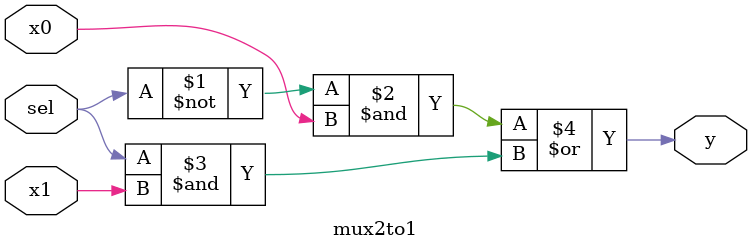
<source format=v>
`timescale 1ns / 1ps


module mux2to1(

            input sel, 
            input x0, 
            input x1, 
            output wire y
            );

            assign y = ((~sel) & x0) | (sel & x1);
endmodule

</source>
